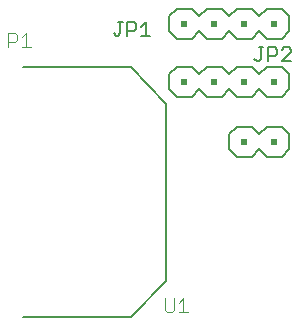
<source format=gto>
G75*
G70*
%OFA0B0*%
%FSLAX24Y24*%
%IPPOS*%
%LPD*%
%AMOC8*
5,1,8,0,0,1.08239X$1,22.5*
%
%ADD10C,0.0050*%
%ADD11C,0.0040*%
%ADD12C,0.0080*%
%ADD13R,0.0200X0.0200*%
D10*
X001163Y000742D02*
X004785Y000742D01*
X005927Y001962D01*
X005927Y007868D01*
X004785Y009088D01*
X001163Y009088D01*
X004195Y010212D02*
X004270Y010137D01*
X004345Y010137D01*
X004420Y010212D01*
X004420Y010588D01*
X004345Y010588D02*
X004495Y010588D01*
X004655Y010588D02*
X004881Y010588D01*
X004956Y010513D01*
X004956Y010362D01*
X004881Y010287D01*
X004655Y010287D01*
X004655Y010137D02*
X004655Y010588D01*
X005116Y010438D02*
X005266Y010588D01*
X005266Y010137D01*
X005116Y010137D02*
X005416Y010137D01*
X008892Y009374D02*
X008967Y009299D01*
X009042Y009299D01*
X009117Y009374D01*
X009117Y009749D01*
X009042Y009749D02*
X009192Y009749D01*
X009352Y009749D02*
X009578Y009749D01*
X009653Y009674D01*
X009653Y009524D01*
X009578Y009449D01*
X009352Y009449D01*
X009352Y009299D02*
X009352Y009749D01*
X009813Y009674D02*
X009888Y009749D01*
X010038Y009749D01*
X010113Y009674D01*
X010113Y009599D01*
X009813Y009299D01*
X010113Y009299D01*
D11*
X006514Y001376D02*
X006514Y000915D01*
X006667Y000915D02*
X006360Y000915D01*
X006207Y000992D02*
X006207Y001376D01*
X006360Y001222D02*
X006514Y001376D01*
X006207Y000992D02*
X006130Y000915D01*
X005977Y000915D01*
X005900Y000992D01*
X005900Y001376D01*
X001435Y009774D02*
X001128Y009774D01*
X001281Y009774D02*
X001281Y010234D01*
X001128Y010080D01*
X000974Y010004D02*
X000974Y010157D01*
X000897Y010234D01*
X000667Y010234D01*
X000667Y009774D01*
X000667Y009927D02*
X000897Y009927D01*
X000974Y010004D01*
D12*
X006049Y010283D02*
X006049Y010783D01*
X006299Y011033D01*
X006799Y011033D01*
X007049Y010783D01*
X007299Y011033D01*
X007799Y011033D01*
X008049Y010783D01*
X008299Y011033D01*
X008799Y011033D01*
X009049Y010783D01*
X009299Y011033D01*
X009799Y011033D01*
X010049Y010783D01*
X010049Y010283D01*
X009799Y010033D01*
X009299Y010033D01*
X009049Y010283D01*
X008799Y010033D01*
X008299Y010033D01*
X008049Y010283D01*
X007799Y010033D01*
X007299Y010033D01*
X007049Y010283D01*
X006799Y010033D01*
X006299Y010033D01*
X006049Y010283D01*
X006299Y009104D02*
X006799Y009104D01*
X007049Y008854D01*
X007299Y009104D01*
X007799Y009104D01*
X008049Y008854D01*
X008299Y009104D01*
X008799Y009104D01*
X009049Y008854D01*
X009299Y009104D01*
X009799Y009104D01*
X010049Y008854D01*
X010049Y008354D01*
X009799Y008104D01*
X009299Y008104D01*
X009049Y008354D01*
X008799Y008104D01*
X008299Y008104D01*
X008049Y008354D01*
X007799Y008104D01*
X007299Y008104D01*
X007049Y008354D01*
X006799Y008104D01*
X006299Y008104D01*
X006049Y008354D01*
X006049Y008854D01*
X006299Y009104D01*
X008299Y007096D02*
X008049Y006846D01*
X008049Y006346D01*
X008299Y006096D01*
X008799Y006096D01*
X009049Y006346D01*
X009299Y006096D01*
X009799Y006096D01*
X010049Y006346D01*
X010049Y006846D01*
X009799Y007096D01*
X009299Y007096D01*
X009049Y006846D01*
X008799Y007096D01*
X008299Y007096D01*
D13*
X008549Y006596D03*
X009549Y006596D03*
X009549Y008604D03*
X008549Y008604D03*
X007549Y008604D03*
X006549Y008604D03*
X006549Y010533D03*
X007549Y010533D03*
X008549Y010533D03*
X009549Y010533D03*
M02*

</source>
